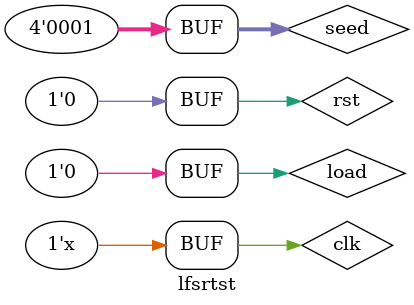
<source format=v>
module lfsrtst;
reg clk;
reg rst;
reg [3:0] seed;
reg load;
wire q;
lfsr L(q, clk, rst, seed, load);
initial
begin
 clk = 0;
 load = 0;
 seed = 0;
 rst = 0;
 #10 rst = 1;
 #10 rst = 0;
end
always
#50 clk = !clk;
initial begin
 #100 seed = 4'b0001;
 load = 1;
 #100 load = 0;
end
endmodule

</source>
